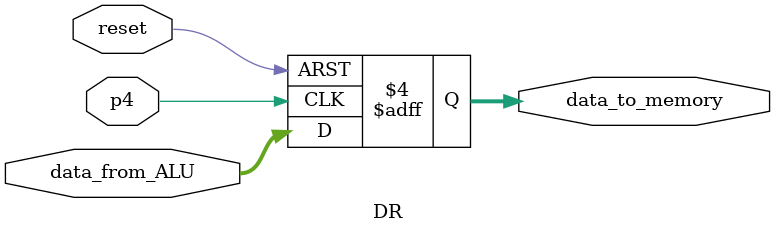
<source format=v>
module DR (
	input p4, reset,
	input [15:0] data_from_ALU,
	output reg [15:0] data_to_memory);
	
	always @(posedge p4 or negedge reset) begin
		if (reset == 1'b0) begin
			data_to_memory <= 16'b0000000000000000;
		end else if (p4 == 1'b1) begin
			data_to_memory <= data_from_ALU;
		end
	end
	
endmodule

</source>
